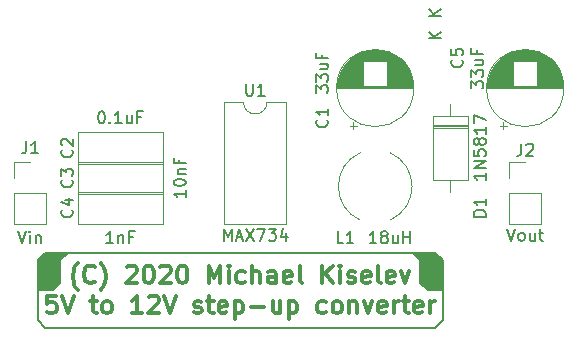
<source format=gbr>
G04 #@! TF.GenerationSoftware,KiCad,Pcbnew,(5.0.2)-1*
G04 #@! TF.CreationDate,2020-01-31T21:18:01-08:00*
G04 #@! TF.ProjectId,Sienc2020,5369656e-6332-4303-9230-2e6b69636164,rev?*
G04 #@! TF.SameCoordinates,Original*
G04 #@! TF.FileFunction,Legend,Top*
G04 #@! TF.FilePolarity,Positive*
%FSLAX46Y46*%
G04 Gerber Fmt 4.6, Leading zero omitted, Abs format (unit mm)*
G04 Created by KiCad (PCBNEW (5.0.2)-1) date 31-Jan-20 21:18:01*
%MOMM*%
%LPD*%
G01*
G04 APERTURE LIST*
%ADD10C,0.150000*%
%ADD11C,0.200000*%
%ADD12C,0.300000*%
%ADD13C,0.120000*%
G04 APERTURE END LIST*
D10*
G36*
X131445000Y-85725000D02*
X130175000Y-85725000D01*
X129540000Y-85090000D01*
X129540000Y-83185000D01*
X128905000Y-82550000D01*
X130810000Y-82550000D01*
X131445000Y-83185000D01*
X131445000Y-85725000D01*
G37*
X131445000Y-85725000D02*
X130175000Y-85725000D01*
X129540000Y-85090000D01*
X129540000Y-83185000D01*
X128905000Y-82550000D01*
X130810000Y-82550000D01*
X131445000Y-83185000D01*
X131445000Y-85725000D01*
G36*
X97155000Y-85725000D02*
X98425000Y-85725000D01*
X99060000Y-85090000D01*
X99060000Y-83185000D01*
X99695000Y-82550000D01*
X97790000Y-82550000D01*
X97155000Y-83185000D01*
X97155000Y-85725000D01*
G37*
X97155000Y-85725000D02*
X98425000Y-85725000D01*
X99060000Y-85090000D01*
X99060000Y-83185000D01*
X99695000Y-82550000D01*
X97790000Y-82550000D01*
X97155000Y-83185000D01*
X97155000Y-85725000D01*
D11*
X129540000Y-83185000D02*
X128905000Y-82550000D01*
X129540000Y-85090000D02*
X129540000Y-83185000D01*
X130175000Y-85725000D02*
X129540000Y-85090000D01*
X131445000Y-85725000D02*
X130175000Y-85725000D01*
X99060000Y-83185000D02*
X99695000Y-82550000D01*
X99060000Y-85090000D02*
X99060000Y-83185000D01*
X98425000Y-85725000D02*
X99060000Y-85090000D01*
X97155000Y-85725000D02*
X98425000Y-85725000D01*
X97790000Y-82550000D02*
X130810000Y-82550000D01*
X97155000Y-88265000D02*
X97155000Y-83185000D01*
X131445000Y-83185000D02*
X131445000Y-88265000D01*
X130810000Y-82550000D02*
X131445000Y-83185000D01*
X97155000Y-83185000D02*
X97790000Y-82550000D01*
X130810000Y-88900000D02*
X97790000Y-88900000D01*
X131445000Y-88265000D02*
X130810000Y-88900000D01*
X97790000Y-88900000D02*
X97155000Y-88265000D01*
D12*
X98692857Y-86173571D02*
X97978571Y-86173571D01*
X97907142Y-86887857D01*
X97978571Y-86816428D01*
X98121428Y-86745000D01*
X98478571Y-86745000D01*
X98621428Y-86816428D01*
X98692857Y-86887857D01*
X98764285Y-87030714D01*
X98764285Y-87387857D01*
X98692857Y-87530714D01*
X98621428Y-87602142D01*
X98478571Y-87673571D01*
X98121428Y-87673571D01*
X97978571Y-87602142D01*
X97907142Y-87530714D01*
X99192857Y-86173571D02*
X99692857Y-87673571D01*
X100192857Y-86173571D01*
X101621428Y-86673571D02*
X102192857Y-86673571D01*
X101835714Y-86173571D02*
X101835714Y-87459285D01*
X101907142Y-87602142D01*
X102050000Y-87673571D01*
X102192857Y-87673571D01*
X102907142Y-87673571D02*
X102764285Y-87602142D01*
X102692857Y-87530714D01*
X102621428Y-87387857D01*
X102621428Y-86959285D01*
X102692857Y-86816428D01*
X102764285Y-86745000D01*
X102907142Y-86673571D01*
X103121428Y-86673571D01*
X103264285Y-86745000D01*
X103335714Y-86816428D01*
X103407142Y-86959285D01*
X103407142Y-87387857D01*
X103335714Y-87530714D01*
X103264285Y-87602142D01*
X103121428Y-87673571D01*
X102907142Y-87673571D01*
X105978571Y-87673571D02*
X105121428Y-87673571D01*
X105550000Y-87673571D02*
X105550000Y-86173571D01*
X105407142Y-86387857D01*
X105264285Y-86530714D01*
X105121428Y-86602142D01*
X106550000Y-86316428D02*
X106621428Y-86245000D01*
X106764285Y-86173571D01*
X107121428Y-86173571D01*
X107264285Y-86245000D01*
X107335714Y-86316428D01*
X107407142Y-86459285D01*
X107407142Y-86602142D01*
X107335714Y-86816428D01*
X106478571Y-87673571D01*
X107407142Y-87673571D01*
X107835714Y-86173571D02*
X108335714Y-87673571D01*
X108835714Y-86173571D01*
X110407142Y-87602142D02*
X110550000Y-87673571D01*
X110835714Y-87673571D01*
X110978571Y-87602142D01*
X111050000Y-87459285D01*
X111050000Y-87387857D01*
X110978571Y-87245000D01*
X110835714Y-87173571D01*
X110621428Y-87173571D01*
X110478571Y-87102142D01*
X110407142Y-86959285D01*
X110407142Y-86887857D01*
X110478571Y-86745000D01*
X110621428Y-86673571D01*
X110835714Y-86673571D01*
X110978571Y-86745000D01*
X111478571Y-86673571D02*
X112050000Y-86673571D01*
X111692857Y-86173571D02*
X111692857Y-87459285D01*
X111764285Y-87602142D01*
X111907142Y-87673571D01*
X112050000Y-87673571D01*
X113121428Y-87602142D02*
X112978571Y-87673571D01*
X112692857Y-87673571D01*
X112550000Y-87602142D01*
X112478571Y-87459285D01*
X112478571Y-86887857D01*
X112550000Y-86745000D01*
X112692857Y-86673571D01*
X112978571Y-86673571D01*
X113121428Y-86745000D01*
X113192857Y-86887857D01*
X113192857Y-87030714D01*
X112478571Y-87173571D01*
X113835714Y-86673571D02*
X113835714Y-88173571D01*
X113835714Y-86745000D02*
X113978571Y-86673571D01*
X114264285Y-86673571D01*
X114407142Y-86745000D01*
X114478571Y-86816428D01*
X114550000Y-86959285D01*
X114550000Y-87387857D01*
X114478571Y-87530714D01*
X114407142Y-87602142D01*
X114264285Y-87673571D01*
X113978571Y-87673571D01*
X113835714Y-87602142D01*
X115192857Y-87102142D02*
X116335714Y-87102142D01*
X117692857Y-86673571D02*
X117692857Y-87673571D01*
X117050000Y-86673571D02*
X117050000Y-87459285D01*
X117121428Y-87602142D01*
X117264285Y-87673571D01*
X117478571Y-87673571D01*
X117621428Y-87602142D01*
X117692857Y-87530714D01*
X118407142Y-86673571D02*
X118407142Y-88173571D01*
X118407142Y-86745000D02*
X118550000Y-86673571D01*
X118835714Y-86673571D01*
X118978571Y-86745000D01*
X119050000Y-86816428D01*
X119121428Y-86959285D01*
X119121428Y-87387857D01*
X119050000Y-87530714D01*
X118978571Y-87602142D01*
X118835714Y-87673571D01*
X118550000Y-87673571D01*
X118407142Y-87602142D01*
X121550000Y-87602142D02*
X121407142Y-87673571D01*
X121121428Y-87673571D01*
X120978571Y-87602142D01*
X120907142Y-87530714D01*
X120835714Y-87387857D01*
X120835714Y-86959285D01*
X120907142Y-86816428D01*
X120978571Y-86745000D01*
X121121428Y-86673571D01*
X121407142Y-86673571D01*
X121550000Y-86745000D01*
X122407142Y-87673571D02*
X122264285Y-87602142D01*
X122192857Y-87530714D01*
X122121428Y-87387857D01*
X122121428Y-86959285D01*
X122192857Y-86816428D01*
X122264285Y-86745000D01*
X122407142Y-86673571D01*
X122621428Y-86673571D01*
X122764285Y-86745000D01*
X122835714Y-86816428D01*
X122907142Y-86959285D01*
X122907142Y-87387857D01*
X122835714Y-87530714D01*
X122764285Y-87602142D01*
X122621428Y-87673571D01*
X122407142Y-87673571D01*
X123550000Y-86673571D02*
X123550000Y-87673571D01*
X123550000Y-86816428D02*
X123621428Y-86745000D01*
X123764285Y-86673571D01*
X123978571Y-86673571D01*
X124121428Y-86745000D01*
X124192857Y-86887857D01*
X124192857Y-87673571D01*
X124764285Y-86673571D02*
X125121428Y-87673571D01*
X125478571Y-86673571D01*
X126621428Y-87602142D02*
X126478571Y-87673571D01*
X126192857Y-87673571D01*
X126050000Y-87602142D01*
X125978571Y-87459285D01*
X125978571Y-86887857D01*
X126050000Y-86745000D01*
X126192857Y-86673571D01*
X126478571Y-86673571D01*
X126621428Y-86745000D01*
X126692857Y-86887857D01*
X126692857Y-87030714D01*
X125978571Y-87173571D01*
X127335714Y-87673571D02*
X127335714Y-86673571D01*
X127335714Y-86959285D02*
X127407142Y-86816428D01*
X127478571Y-86745000D01*
X127621428Y-86673571D01*
X127764285Y-86673571D01*
X128050000Y-86673571D02*
X128621428Y-86673571D01*
X128264285Y-86173571D02*
X128264285Y-87459285D01*
X128335714Y-87602142D01*
X128478571Y-87673571D01*
X128621428Y-87673571D01*
X129692857Y-87602142D02*
X129550000Y-87673571D01*
X129264285Y-87673571D01*
X129121428Y-87602142D01*
X129050000Y-87459285D01*
X129050000Y-86887857D01*
X129121428Y-86745000D01*
X129264285Y-86673571D01*
X129550000Y-86673571D01*
X129692857Y-86745000D01*
X129764285Y-86887857D01*
X129764285Y-87030714D01*
X129050000Y-87173571D01*
X130407142Y-87673571D02*
X130407142Y-86673571D01*
X130407142Y-86959285D02*
X130478571Y-86816428D01*
X130550000Y-86745000D01*
X130692857Y-86673571D01*
X130835714Y-86673571D01*
X100550000Y-85705000D02*
X100478571Y-85633571D01*
X100335714Y-85419285D01*
X100264285Y-85276428D01*
X100192857Y-85062142D01*
X100121428Y-84705000D01*
X100121428Y-84419285D01*
X100192857Y-84062142D01*
X100264285Y-83847857D01*
X100335714Y-83705000D01*
X100478571Y-83490714D01*
X100550000Y-83419285D01*
X101978571Y-84990714D02*
X101907142Y-85062142D01*
X101692857Y-85133571D01*
X101550000Y-85133571D01*
X101335714Y-85062142D01*
X101192857Y-84919285D01*
X101121428Y-84776428D01*
X101050000Y-84490714D01*
X101050000Y-84276428D01*
X101121428Y-83990714D01*
X101192857Y-83847857D01*
X101335714Y-83705000D01*
X101550000Y-83633571D01*
X101692857Y-83633571D01*
X101907142Y-83705000D01*
X101978571Y-83776428D01*
X102478571Y-85705000D02*
X102550000Y-85633571D01*
X102692857Y-85419285D01*
X102764285Y-85276428D01*
X102835714Y-85062142D01*
X102907142Y-84705000D01*
X102907142Y-84419285D01*
X102835714Y-84062142D01*
X102764285Y-83847857D01*
X102692857Y-83705000D01*
X102550000Y-83490714D01*
X102478571Y-83419285D01*
X104692857Y-83776428D02*
X104764285Y-83705000D01*
X104907142Y-83633571D01*
X105264285Y-83633571D01*
X105407142Y-83705000D01*
X105478571Y-83776428D01*
X105550000Y-83919285D01*
X105550000Y-84062142D01*
X105478571Y-84276428D01*
X104621428Y-85133571D01*
X105550000Y-85133571D01*
X106478571Y-83633571D02*
X106621428Y-83633571D01*
X106764285Y-83705000D01*
X106835714Y-83776428D01*
X106907142Y-83919285D01*
X106978571Y-84205000D01*
X106978571Y-84562142D01*
X106907142Y-84847857D01*
X106835714Y-84990714D01*
X106764285Y-85062142D01*
X106621428Y-85133571D01*
X106478571Y-85133571D01*
X106335714Y-85062142D01*
X106264285Y-84990714D01*
X106192857Y-84847857D01*
X106121428Y-84562142D01*
X106121428Y-84205000D01*
X106192857Y-83919285D01*
X106264285Y-83776428D01*
X106335714Y-83705000D01*
X106478571Y-83633571D01*
X107550000Y-83776428D02*
X107621428Y-83705000D01*
X107764285Y-83633571D01*
X108121428Y-83633571D01*
X108264285Y-83705000D01*
X108335714Y-83776428D01*
X108407142Y-83919285D01*
X108407142Y-84062142D01*
X108335714Y-84276428D01*
X107478571Y-85133571D01*
X108407142Y-85133571D01*
X109335714Y-83633571D02*
X109478571Y-83633571D01*
X109621428Y-83705000D01*
X109692857Y-83776428D01*
X109764285Y-83919285D01*
X109835714Y-84205000D01*
X109835714Y-84562142D01*
X109764285Y-84847857D01*
X109692857Y-84990714D01*
X109621428Y-85062142D01*
X109478571Y-85133571D01*
X109335714Y-85133571D01*
X109192857Y-85062142D01*
X109121428Y-84990714D01*
X109050000Y-84847857D01*
X108978571Y-84562142D01*
X108978571Y-84205000D01*
X109050000Y-83919285D01*
X109121428Y-83776428D01*
X109192857Y-83705000D01*
X109335714Y-83633571D01*
X111621428Y-85133571D02*
X111621428Y-83633571D01*
X112121428Y-84705000D01*
X112621428Y-83633571D01*
X112621428Y-85133571D01*
X113335714Y-85133571D02*
X113335714Y-84133571D01*
X113335714Y-83633571D02*
X113264285Y-83705000D01*
X113335714Y-83776428D01*
X113407142Y-83705000D01*
X113335714Y-83633571D01*
X113335714Y-83776428D01*
X114692857Y-85062142D02*
X114550000Y-85133571D01*
X114264285Y-85133571D01*
X114121428Y-85062142D01*
X114050000Y-84990714D01*
X113978571Y-84847857D01*
X113978571Y-84419285D01*
X114050000Y-84276428D01*
X114121428Y-84205000D01*
X114264285Y-84133571D01*
X114550000Y-84133571D01*
X114692857Y-84205000D01*
X115335714Y-85133571D02*
X115335714Y-83633571D01*
X115978571Y-85133571D02*
X115978571Y-84347857D01*
X115907142Y-84205000D01*
X115764285Y-84133571D01*
X115550000Y-84133571D01*
X115407142Y-84205000D01*
X115335714Y-84276428D01*
X117335714Y-85133571D02*
X117335714Y-84347857D01*
X117264285Y-84205000D01*
X117121428Y-84133571D01*
X116835714Y-84133571D01*
X116692857Y-84205000D01*
X117335714Y-85062142D02*
X117192857Y-85133571D01*
X116835714Y-85133571D01*
X116692857Y-85062142D01*
X116621428Y-84919285D01*
X116621428Y-84776428D01*
X116692857Y-84633571D01*
X116835714Y-84562142D01*
X117192857Y-84562142D01*
X117335714Y-84490714D01*
X118621428Y-85062142D02*
X118478571Y-85133571D01*
X118192857Y-85133571D01*
X118050000Y-85062142D01*
X117978571Y-84919285D01*
X117978571Y-84347857D01*
X118050000Y-84205000D01*
X118192857Y-84133571D01*
X118478571Y-84133571D01*
X118621428Y-84205000D01*
X118692857Y-84347857D01*
X118692857Y-84490714D01*
X117978571Y-84633571D01*
X119550000Y-85133571D02*
X119407142Y-85062142D01*
X119335714Y-84919285D01*
X119335714Y-83633571D01*
X121264285Y-85133571D02*
X121264285Y-83633571D01*
X122121428Y-85133571D02*
X121478571Y-84276428D01*
X122121428Y-83633571D02*
X121264285Y-84490714D01*
X122764285Y-85133571D02*
X122764285Y-84133571D01*
X122764285Y-83633571D02*
X122692857Y-83705000D01*
X122764285Y-83776428D01*
X122835714Y-83705000D01*
X122764285Y-83633571D01*
X122764285Y-83776428D01*
X123407142Y-85062142D02*
X123550000Y-85133571D01*
X123835714Y-85133571D01*
X123978571Y-85062142D01*
X124050000Y-84919285D01*
X124050000Y-84847857D01*
X123978571Y-84705000D01*
X123835714Y-84633571D01*
X123621428Y-84633571D01*
X123478571Y-84562142D01*
X123407142Y-84419285D01*
X123407142Y-84347857D01*
X123478571Y-84205000D01*
X123621428Y-84133571D01*
X123835714Y-84133571D01*
X123978571Y-84205000D01*
X125264285Y-85062142D02*
X125121428Y-85133571D01*
X124835714Y-85133571D01*
X124692857Y-85062142D01*
X124621428Y-84919285D01*
X124621428Y-84347857D01*
X124692857Y-84205000D01*
X124835714Y-84133571D01*
X125121428Y-84133571D01*
X125264285Y-84205000D01*
X125335714Y-84347857D01*
X125335714Y-84490714D01*
X124621428Y-84633571D01*
X126192857Y-85133571D02*
X126050000Y-85062142D01*
X125978571Y-84919285D01*
X125978571Y-83633571D01*
X127335714Y-85062142D02*
X127192857Y-85133571D01*
X126907142Y-85133571D01*
X126764285Y-85062142D01*
X126692857Y-84919285D01*
X126692857Y-84347857D01*
X126764285Y-84205000D01*
X126907142Y-84133571D01*
X127192857Y-84133571D01*
X127335714Y-84205000D01*
X127407142Y-84347857D01*
X127407142Y-84490714D01*
X126692857Y-84633571D01*
X127907142Y-84133571D02*
X128264285Y-85133571D01*
X128621428Y-84133571D01*
D13*
G04 #@! TO.C,U1*
X116570000Y-69790000D02*
G75*
G02X114570000Y-69790000I-1000000J0D01*
G01*
X114570000Y-69790000D02*
X112920000Y-69790000D01*
X112920000Y-69790000D02*
X112920000Y-80070000D01*
X112920000Y-80070000D02*
X118220000Y-80070000D01*
X118220000Y-80070000D02*
X118220000Y-69790000D01*
X118220000Y-69790000D02*
X116570000Y-69790000D01*
G04 #@! TO.C,L1*
X126990000Y-79784260D02*
G75*
G03X126990000Y-74075740I-1260000J2854260D01*
G01*
X124470000Y-79784260D02*
G75*
G02X124470000Y-74075740I1260000J2854260D01*
G01*
G04 #@! TO.C,C1*
X123576000Y-71785241D02*
X124206000Y-71785241D01*
X123891000Y-72100241D02*
X123891000Y-71470241D01*
X125328000Y-65359000D02*
X126132000Y-65359000D01*
X125097000Y-65399000D02*
X126363000Y-65399000D01*
X124928000Y-65439000D02*
X126532000Y-65439000D01*
X124790000Y-65479000D02*
X126670000Y-65479000D01*
X124671000Y-65519000D02*
X126789000Y-65519000D01*
X124565000Y-65559000D02*
X126895000Y-65559000D01*
X124468000Y-65599000D02*
X126992000Y-65599000D01*
X124380000Y-65639000D02*
X127080000Y-65639000D01*
X124298000Y-65679000D02*
X127162000Y-65679000D01*
X124221000Y-65719000D02*
X127239000Y-65719000D01*
X124149000Y-65759000D02*
X127311000Y-65759000D01*
X124080000Y-65799000D02*
X127380000Y-65799000D01*
X124016000Y-65839000D02*
X127444000Y-65839000D01*
X123954000Y-65879000D02*
X127506000Y-65879000D01*
X123896000Y-65919000D02*
X127564000Y-65919000D01*
X123840000Y-65959000D02*
X127620000Y-65959000D01*
X123786000Y-65999000D02*
X127674000Y-65999000D01*
X123735000Y-66039000D02*
X127725000Y-66039000D01*
X123686000Y-66079000D02*
X127774000Y-66079000D01*
X123638000Y-66119000D02*
X127822000Y-66119000D01*
X123593000Y-66159000D02*
X127867000Y-66159000D01*
X123548000Y-66199000D02*
X127912000Y-66199000D01*
X123506000Y-66239000D02*
X127954000Y-66239000D01*
X123465000Y-66279000D02*
X127995000Y-66279000D01*
X126770000Y-66319000D02*
X128035000Y-66319000D01*
X123425000Y-66319000D02*
X124690000Y-66319000D01*
X126770000Y-66359000D02*
X128073000Y-66359000D01*
X123387000Y-66359000D02*
X124690000Y-66359000D01*
X126770000Y-66399000D02*
X128110000Y-66399000D01*
X123350000Y-66399000D02*
X124690000Y-66399000D01*
X126770000Y-66439000D02*
X128146000Y-66439000D01*
X123314000Y-66439000D02*
X124690000Y-66439000D01*
X126770000Y-66479000D02*
X128180000Y-66479000D01*
X123280000Y-66479000D02*
X124690000Y-66479000D01*
X126770000Y-66519000D02*
X128214000Y-66519000D01*
X123246000Y-66519000D02*
X124690000Y-66519000D01*
X126770000Y-66559000D02*
X128246000Y-66559000D01*
X123214000Y-66559000D02*
X124690000Y-66559000D01*
X126770000Y-66599000D02*
X128278000Y-66599000D01*
X123182000Y-66599000D02*
X124690000Y-66599000D01*
X126770000Y-66639000D02*
X128308000Y-66639000D01*
X123152000Y-66639000D02*
X124690000Y-66639000D01*
X126770000Y-66679000D02*
X128337000Y-66679000D01*
X123123000Y-66679000D02*
X124690000Y-66679000D01*
X126770000Y-66719000D02*
X128366000Y-66719000D01*
X123094000Y-66719000D02*
X124690000Y-66719000D01*
X126770000Y-66759000D02*
X128394000Y-66759000D01*
X123066000Y-66759000D02*
X124690000Y-66759000D01*
X126770000Y-66799000D02*
X128420000Y-66799000D01*
X123040000Y-66799000D02*
X124690000Y-66799000D01*
X126770000Y-66839000D02*
X128446000Y-66839000D01*
X123014000Y-66839000D02*
X124690000Y-66839000D01*
X126770000Y-66879000D02*
X128472000Y-66879000D01*
X122988000Y-66879000D02*
X124690000Y-66879000D01*
X126770000Y-66919000D02*
X128496000Y-66919000D01*
X122964000Y-66919000D02*
X124690000Y-66919000D01*
X126770000Y-66959000D02*
X128520000Y-66959000D01*
X122940000Y-66959000D02*
X124690000Y-66959000D01*
X126770000Y-66999000D02*
X128542000Y-66999000D01*
X122918000Y-66999000D02*
X124690000Y-66999000D01*
X126770000Y-67039000D02*
X128564000Y-67039000D01*
X122896000Y-67039000D02*
X124690000Y-67039000D01*
X126770000Y-67079000D02*
X128586000Y-67079000D01*
X122874000Y-67079000D02*
X124690000Y-67079000D01*
X126770000Y-67119000D02*
X128606000Y-67119000D01*
X122854000Y-67119000D02*
X124690000Y-67119000D01*
X126770000Y-67159000D02*
X128626000Y-67159000D01*
X122834000Y-67159000D02*
X124690000Y-67159000D01*
X126770000Y-67199000D02*
X128646000Y-67199000D01*
X122814000Y-67199000D02*
X124690000Y-67199000D01*
X126770000Y-67239000D02*
X128664000Y-67239000D01*
X122796000Y-67239000D02*
X124690000Y-67239000D01*
X126770000Y-67279000D02*
X128682000Y-67279000D01*
X122778000Y-67279000D02*
X124690000Y-67279000D01*
X126770000Y-67319000D02*
X128700000Y-67319000D01*
X122760000Y-67319000D02*
X124690000Y-67319000D01*
X126770000Y-67359000D02*
X128716000Y-67359000D01*
X122744000Y-67359000D02*
X124690000Y-67359000D01*
X126770000Y-67399000D02*
X128732000Y-67399000D01*
X122728000Y-67399000D02*
X124690000Y-67399000D01*
X126770000Y-67439000D02*
X128748000Y-67439000D01*
X122712000Y-67439000D02*
X124690000Y-67439000D01*
X126770000Y-67479000D02*
X128763000Y-67479000D01*
X122697000Y-67479000D02*
X124690000Y-67479000D01*
X126770000Y-67519000D02*
X128777000Y-67519000D01*
X122683000Y-67519000D02*
X124690000Y-67519000D01*
X126770000Y-67559000D02*
X128791000Y-67559000D01*
X122669000Y-67559000D02*
X124690000Y-67559000D01*
X126770000Y-67599000D02*
X128804000Y-67599000D01*
X122656000Y-67599000D02*
X124690000Y-67599000D01*
X126770000Y-67639000D02*
X128816000Y-67639000D01*
X122644000Y-67639000D02*
X124690000Y-67639000D01*
X126770000Y-67679000D02*
X128828000Y-67679000D01*
X122632000Y-67679000D02*
X124690000Y-67679000D01*
X126770000Y-67719000D02*
X128840000Y-67719000D01*
X122620000Y-67719000D02*
X124690000Y-67719000D01*
X126770000Y-67759000D02*
X128851000Y-67759000D01*
X122609000Y-67759000D02*
X124690000Y-67759000D01*
X126770000Y-67799000D02*
X128861000Y-67799000D01*
X122599000Y-67799000D02*
X124690000Y-67799000D01*
X126770000Y-67839000D02*
X128871000Y-67839000D01*
X122589000Y-67839000D02*
X124690000Y-67839000D01*
X126770000Y-67879000D02*
X128880000Y-67879000D01*
X122580000Y-67879000D02*
X124690000Y-67879000D01*
X126770000Y-67920000D02*
X128889000Y-67920000D01*
X122571000Y-67920000D02*
X124690000Y-67920000D01*
X126770000Y-67960000D02*
X128897000Y-67960000D01*
X122563000Y-67960000D02*
X124690000Y-67960000D01*
X126770000Y-68000000D02*
X128905000Y-68000000D01*
X122555000Y-68000000D02*
X124690000Y-68000000D01*
X126770000Y-68040000D02*
X128912000Y-68040000D01*
X122548000Y-68040000D02*
X124690000Y-68040000D01*
X126770000Y-68080000D02*
X128919000Y-68080000D01*
X122541000Y-68080000D02*
X124690000Y-68080000D01*
X126770000Y-68120000D02*
X128925000Y-68120000D01*
X122535000Y-68120000D02*
X124690000Y-68120000D01*
X126770000Y-68160000D02*
X128931000Y-68160000D01*
X122529000Y-68160000D02*
X124690000Y-68160000D01*
X126770000Y-68200000D02*
X128936000Y-68200000D01*
X122524000Y-68200000D02*
X124690000Y-68200000D01*
X126770000Y-68240000D02*
X128941000Y-68240000D01*
X122519000Y-68240000D02*
X124690000Y-68240000D01*
X126770000Y-68280000D02*
X128945000Y-68280000D01*
X122515000Y-68280000D02*
X124690000Y-68280000D01*
X126770000Y-68320000D02*
X128948000Y-68320000D01*
X122512000Y-68320000D02*
X124690000Y-68320000D01*
X126770000Y-68360000D02*
X128952000Y-68360000D01*
X122508000Y-68360000D02*
X124690000Y-68360000D01*
X122506000Y-68400000D02*
X128954000Y-68400000D01*
X122503000Y-68440000D02*
X128957000Y-68440000D01*
X122502000Y-68480000D02*
X128958000Y-68480000D01*
X122500000Y-68520000D02*
X128960000Y-68520000D01*
X122500000Y-68560000D02*
X128960000Y-68560000D01*
X122500000Y-68600000D02*
X128960000Y-68600000D01*
X129000000Y-68600000D02*
G75*
G03X129000000Y-68600000I-3270000J0D01*
G01*
G04 #@! TO.C,C5*
X141700000Y-68600000D02*
G75*
G03X141700000Y-68600000I-3270000J0D01*
G01*
X135200000Y-68600000D02*
X141660000Y-68600000D01*
X135200000Y-68560000D02*
X141660000Y-68560000D01*
X135200000Y-68520000D02*
X141660000Y-68520000D01*
X135202000Y-68480000D02*
X141658000Y-68480000D01*
X135203000Y-68440000D02*
X141657000Y-68440000D01*
X135206000Y-68400000D02*
X141654000Y-68400000D01*
X135208000Y-68360000D02*
X137390000Y-68360000D01*
X139470000Y-68360000D02*
X141652000Y-68360000D01*
X135212000Y-68320000D02*
X137390000Y-68320000D01*
X139470000Y-68320000D02*
X141648000Y-68320000D01*
X135215000Y-68280000D02*
X137390000Y-68280000D01*
X139470000Y-68280000D02*
X141645000Y-68280000D01*
X135219000Y-68240000D02*
X137390000Y-68240000D01*
X139470000Y-68240000D02*
X141641000Y-68240000D01*
X135224000Y-68200000D02*
X137390000Y-68200000D01*
X139470000Y-68200000D02*
X141636000Y-68200000D01*
X135229000Y-68160000D02*
X137390000Y-68160000D01*
X139470000Y-68160000D02*
X141631000Y-68160000D01*
X135235000Y-68120000D02*
X137390000Y-68120000D01*
X139470000Y-68120000D02*
X141625000Y-68120000D01*
X135241000Y-68080000D02*
X137390000Y-68080000D01*
X139470000Y-68080000D02*
X141619000Y-68080000D01*
X135248000Y-68040000D02*
X137390000Y-68040000D01*
X139470000Y-68040000D02*
X141612000Y-68040000D01*
X135255000Y-68000000D02*
X137390000Y-68000000D01*
X139470000Y-68000000D02*
X141605000Y-68000000D01*
X135263000Y-67960000D02*
X137390000Y-67960000D01*
X139470000Y-67960000D02*
X141597000Y-67960000D01*
X135271000Y-67920000D02*
X137390000Y-67920000D01*
X139470000Y-67920000D02*
X141589000Y-67920000D01*
X135280000Y-67879000D02*
X137390000Y-67879000D01*
X139470000Y-67879000D02*
X141580000Y-67879000D01*
X135289000Y-67839000D02*
X137390000Y-67839000D01*
X139470000Y-67839000D02*
X141571000Y-67839000D01*
X135299000Y-67799000D02*
X137390000Y-67799000D01*
X139470000Y-67799000D02*
X141561000Y-67799000D01*
X135309000Y-67759000D02*
X137390000Y-67759000D01*
X139470000Y-67759000D02*
X141551000Y-67759000D01*
X135320000Y-67719000D02*
X137390000Y-67719000D01*
X139470000Y-67719000D02*
X141540000Y-67719000D01*
X135332000Y-67679000D02*
X137390000Y-67679000D01*
X139470000Y-67679000D02*
X141528000Y-67679000D01*
X135344000Y-67639000D02*
X137390000Y-67639000D01*
X139470000Y-67639000D02*
X141516000Y-67639000D01*
X135356000Y-67599000D02*
X137390000Y-67599000D01*
X139470000Y-67599000D02*
X141504000Y-67599000D01*
X135369000Y-67559000D02*
X137390000Y-67559000D01*
X139470000Y-67559000D02*
X141491000Y-67559000D01*
X135383000Y-67519000D02*
X137390000Y-67519000D01*
X139470000Y-67519000D02*
X141477000Y-67519000D01*
X135397000Y-67479000D02*
X137390000Y-67479000D01*
X139470000Y-67479000D02*
X141463000Y-67479000D01*
X135412000Y-67439000D02*
X137390000Y-67439000D01*
X139470000Y-67439000D02*
X141448000Y-67439000D01*
X135428000Y-67399000D02*
X137390000Y-67399000D01*
X139470000Y-67399000D02*
X141432000Y-67399000D01*
X135444000Y-67359000D02*
X137390000Y-67359000D01*
X139470000Y-67359000D02*
X141416000Y-67359000D01*
X135460000Y-67319000D02*
X137390000Y-67319000D01*
X139470000Y-67319000D02*
X141400000Y-67319000D01*
X135478000Y-67279000D02*
X137390000Y-67279000D01*
X139470000Y-67279000D02*
X141382000Y-67279000D01*
X135496000Y-67239000D02*
X137390000Y-67239000D01*
X139470000Y-67239000D02*
X141364000Y-67239000D01*
X135514000Y-67199000D02*
X137390000Y-67199000D01*
X139470000Y-67199000D02*
X141346000Y-67199000D01*
X135534000Y-67159000D02*
X137390000Y-67159000D01*
X139470000Y-67159000D02*
X141326000Y-67159000D01*
X135554000Y-67119000D02*
X137390000Y-67119000D01*
X139470000Y-67119000D02*
X141306000Y-67119000D01*
X135574000Y-67079000D02*
X137390000Y-67079000D01*
X139470000Y-67079000D02*
X141286000Y-67079000D01*
X135596000Y-67039000D02*
X137390000Y-67039000D01*
X139470000Y-67039000D02*
X141264000Y-67039000D01*
X135618000Y-66999000D02*
X137390000Y-66999000D01*
X139470000Y-66999000D02*
X141242000Y-66999000D01*
X135640000Y-66959000D02*
X137390000Y-66959000D01*
X139470000Y-66959000D02*
X141220000Y-66959000D01*
X135664000Y-66919000D02*
X137390000Y-66919000D01*
X139470000Y-66919000D02*
X141196000Y-66919000D01*
X135688000Y-66879000D02*
X137390000Y-66879000D01*
X139470000Y-66879000D02*
X141172000Y-66879000D01*
X135714000Y-66839000D02*
X137390000Y-66839000D01*
X139470000Y-66839000D02*
X141146000Y-66839000D01*
X135740000Y-66799000D02*
X137390000Y-66799000D01*
X139470000Y-66799000D02*
X141120000Y-66799000D01*
X135766000Y-66759000D02*
X137390000Y-66759000D01*
X139470000Y-66759000D02*
X141094000Y-66759000D01*
X135794000Y-66719000D02*
X137390000Y-66719000D01*
X139470000Y-66719000D02*
X141066000Y-66719000D01*
X135823000Y-66679000D02*
X137390000Y-66679000D01*
X139470000Y-66679000D02*
X141037000Y-66679000D01*
X135852000Y-66639000D02*
X137390000Y-66639000D01*
X139470000Y-66639000D02*
X141008000Y-66639000D01*
X135882000Y-66599000D02*
X137390000Y-66599000D01*
X139470000Y-66599000D02*
X140978000Y-66599000D01*
X135914000Y-66559000D02*
X137390000Y-66559000D01*
X139470000Y-66559000D02*
X140946000Y-66559000D01*
X135946000Y-66519000D02*
X137390000Y-66519000D01*
X139470000Y-66519000D02*
X140914000Y-66519000D01*
X135980000Y-66479000D02*
X137390000Y-66479000D01*
X139470000Y-66479000D02*
X140880000Y-66479000D01*
X136014000Y-66439000D02*
X137390000Y-66439000D01*
X139470000Y-66439000D02*
X140846000Y-66439000D01*
X136050000Y-66399000D02*
X137390000Y-66399000D01*
X139470000Y-66399000D02*
X140810000Y-66399000D01*
X136087000Y-66359000D02*
X137390000Y-66359000D01*
X139470000Y-66359000D02*
X140773000Y-66359000D01*
X136125000Y-66319000D02*
X137390000Y-66319000D01*
X139470000Y-66319000D02*
X140735000Y-66319000D01*
X136165000Y-66279000D02*
X140695000Y-66279000D01*
X136206000Y-66239000D02*
X140654000Y-66239000D01*
X136248000Y-66199000D02*
X140612000Y-66199000D01*
X136293000Y-66159000D02*
X140567000Y-66159000D01*
X136338000Y-66119000D02*
X140522000Y-66119000D01*
X136386000Y-66079000D02*
X140474000Y-66079000D01*
X136435000Y-66039000D02*
X140425000Y-66039000D01*
X136486000Y-65999000D02*
X140374000Y-65999000D01*
X136540000Y-65959000D02*
X140320000Y-65959000D01*
X136596000Y-65919000D02*
X140264000Y-65919000D01*
X136654000Y-65879000D02*
X140206000Y-65879000D01*
X136716000Y-65839000D02*
X140144000Y-65839000D01*
X136780000Y-65799000D02*
X140080000Y-65799000D01*
X136849000Y-65759000D02*
X140011000Y-65759000D01*
X136921000Y-65719000D02*
X139939000Y-65719000D01*
X136998000Y-65679000D02*
X139862000Y-65679000D01*
X137080000Y-65639000D02*
X139780000Y-65639000D01*
X137168000Y-65599000D02*
X139692000Y-65599000D01*
X137265000Y-65559000D02*
X139595000Y-65559000D01*
X137371000Y-65519000D02*
X139489000Y-65519000D01*
X137490000Y-65479000D02*
X139370000Y-65479000D01*
X137628000Y-65439000D02*
X139232000Y-65439000D01*
X137797000Y-65399000D02*
X139063000Y-65399000D01*
X138028000Y-65359000D02*
X138832000Y-65359000D01*
X136591000Y-72100241D02*
X136591000Y-71470241D01*
X136276000Y-71785241D02*
X136906000Y-71785241D01*
G04 #@! TO.C,D1*
X133550000Y-70940000D02*
X130610000Y-70940000D01*
X130610000Y-70940000D02*
X130610000Y-76380000D01*
X130610000Y-76380000D02*
X133550000Y-76380000D01*
X133550000Y-76380000D02*
X133550000Y-70940000D01*
X132080000Y-69920000D02*
X132080000Y-70940000D01*
X132080000Y-77400000D02*
X132080000Y-76380000D01*
X133550000Y-71840000D02*
X130610000Y-71840000D01*
X133550000Y-71960000D02*
X130610000Y-71960000D01*
X133550000Y-71720000D02*
X130610000Y-71720000D01*
G04 #@! TO.C,C2*
X107800000Y-75030000D02*
X100560000Y-75030000D01*
X107800000Y-72290000D02*
X100560000Y-72290000D01*
X107800000Y-75030000D02*
X107800000Y-72290000D01*
X100560000Y-75030000D02*
X100560000Y-72290000D01*
G04 #@! TO.C,C3*
X100560000Y-77570000D02*
X100560000Y-74830000D01*
X107800000Y-77570000D02*
X107800000Y-74830000D01*
X107800000Y-74830000D02*
X100560000Y-74830000D01*
X107800000Y-77570000D02*
X100560000Y-77570000D01*
G04 #@! TO.C,C4*
X107800000Y-80110000D02*
X100560000Y-80110000D01*
X107800000Y-77370000D02*
X100560000Y-77370000D01*
X107800000Y-80110000D02*
X107800000Y-77370000D01*
X100560000Y-80110000D02*
X100560000Y-77370000D01*
G04 #@! TO.C,J1*
X95190000Y-80070000D02*
X97850000Y-80070000D01*
X95190000Y-77470000D02*
X95190000Y-80070000D01*
X97850000Y-77470000D02*
X97850000Y-80070000D01*
X95190000Y-77470000D02*
X97850000Y-77470000D01*
X95190000Y-76200000D02*
X95190000Y-74870000D01*
X95190000Y-74870000D02*
X96520000Y-74870000D01*
G04 #@! TO.C,J2*
X137100000Y-74870000D02*
X138430000Y-74870000D01*
X137100000Y-76200000D02*
X137100000Y-74870000D01*
X137100000Y-77470000D02*
X139760000Y-77470000D01*
X139760000Y-77470000D02*
X139760000Y-80070000D01*
X137100000Y-77470000D02*
X137100000Y-80070000D01*
X137100000Y-80070000D02*
X139760000Y-80070000D01*
G04 #@! TO.C,U1*
D10*
X114808095Y-68242380D02*
X114808095Y-69051904D01*
X114855714Y-69147142D01*
X114903333Y-69194761D01*
X114998571Y-69242380D01*
X115189047Y-69242380D01*
X115284285Y-69194761D01*
X115331904Y-69147142D01*
X115379523Y-69051904D01*
X115379523Y-68242380D01*
X116379523Y-69242380D02*
X115808095Y-69242380D01*
X116093809Y-69242380D02*
X116093809Y-68242380D01*
X115998571Y-68385238D01*
X115903333Y-68480476D01*
X115808095Y-68528095D01*
X112903333Y-81522380D02*
X112903333Y-80522380D01*
X113236666Y-81236666D01*
X113570000Y-80522380D01*
X113570000Y-81522380D01*
X113998571Y-81236666D02*
X114474761Y-81236666D01*
X113903333Y-81522380D02*
X114236666Y-80522380D01*
X114570000Y-81522380D01*
X114808095Y-80522380D02*
X115474761Y-81522380D01*
X115474761Y-80522380D02*
X114808095Y-81522380D01*
X115760476Y-80522380D02*
X116427142Y-80522380D01*
X115998571Y-81522380D01*
X116712857Y-80522380D02*
X117331904Y-80522380D01*
X116998571Y-80903333D01*
X117141428Y-80903333D01*
X117236666Y-80950952D01*
X117284285Y-80998571D01*
X117331904Y-81093809D01*
X117331904Y-81331904D01*
X117284285Y-81427142D01*
X117236666Y-81474761D01*
X117141428Y-81522380D01*
X116855714Y-81522380D01*
X116760476Y-81474761D01*
X116712857Y-81427142D01*
X118189047Y-80855714D02*
X118189047Y-81522380D01*
X117950952Y-80474761D02*
X117712857Y-81189047D01*
X118331904Y-81189047D01*
G04 #@! TO.C,L1*
X123023333Y-81732380D02*
X122547142Y-81732380D01*
X122547142Y-80732380D01*
X123880476Y-81732380D02*
X123309047Y-81732380D01*
X123594761Y-81732380D02*
X123594761Y-80732380D01*
X123499523Y-80875238D01*
X123404285Y-80970476D01*
X123309047Y-81018095D01*
X125833333Y-81732380D02*
X125261904Y-81732380D01*
X125547619Y-81732380D02*
X125547619Y-80732380D01*
X125452380Y-80875238D01*
X125357142Y-80970476D01*
X125261904Y-81018095D01*
X126404761Y-81160952D02*
X126309523Y-81113333D01*
X126261904Y-81065714D01*
X126214285Y-80970476D01*
X126214285Y-80922857D01*
X126261904Y-80827619D01*
X126309523Y-80780000D01*
X126404761Y-80732380D01*
X126595238Y-80732380D01*
X126690476Y-80780000D01*
X126738095Y-80827619D01*
X126785714Y-80922857D01*
X126785714Y-80970476D01*
X126738095Y-81065714D01*
X126690476Y-81113333D01*
X126595238Y-81160952D01*
X126404761Y-81160952D01*
X126309523Y-81208571D01*
X126261904Y-81256190D01*
X126214285Y-81351428D01*
X126214285Y-81541904D01*
X126261904Y-81637142D01*
X126309523Y-81684761D01*
X126404761Y-81732380D01*
X126595238Y-81732380D01*
X126690476Y-81684761D01*
X126738095Y-81637142D01*
X126785714Y-81541904D01*
X126785714Y-81351428D01*
X126738095Y-81256190D01*
X126690476Y-81208571D01*
X126595238Y-81160952D01*
X127642857Y-81065714D02*
X127642857Y-81732380D01*
X127214285Y-81065714D02*
X127214285Y-81589523D01*
X127261904Y-81684761D01*
X127357142Y-81732380D01*
X127500000Y-81732380D01*
X127595238Y-81684761D01*
X127642857Y-81637142D01*
X128119047Y-81732380D02*
X128119047Y-80732380D01*
X128119047Y-81208571D02*
X128690476Y-81208571D01*
X128690476Y-81732380D02*
X128690476Y-80732380D01*
G04 #@! TO.C,C1*
X121642142Y-71286666D02*
X121689761Y-71334285D01*
X121737380Y-71477142D01*
X121737380Y-71572380D01*
X121689761Y-71715238D01*
X121594523Y-71810476D01*
X121499285Y-71858095D01*
X121308809Y-71905714D01*
X121165952Y-71905714D01*
X120975476Y-71858095D01*
X120880238Y-71810476D01*
X120785000Y-71715238D01*
X120737380Y-71572380D01*
X120737380Y-71477142D01*
X120785000Y-71334285D01*
X120832619Y-71286666D01*
X121737380Y-70334285D02*
X121737380Y-70905714D01*
X121737380Y-70620000D02*
X120737380Y-70620000D01*
X120880238Y-70715238D01*
X120975476Y-70810476D01*
X121023095Y-70905714D01*
X120737380Y-69000476D02*
X120737380Y-68381428D01*
X121118333Y-68714761D01*
X121118333Y-68571904D01*
X121165952Y-68476666D01*
X121213571Y-68429047D01*
X121308809Y-68381428D01*
X121546904Y-68381428D01*
X121642142Y-68429047D01*
X121689761Y-68476666D01*
X121737380Y-68571904D01*
X121737380Y-68857619D01*
X121689761Y-68952857D01*
X121642142Y-69000476D01*
X120737380Y-68048095D02*
X120737380Y-67429047D01*
X121118333Y-67762380D01*
X121118333Y-67619523D01*
X121165952Y-67524285D01*
X121213571Y-67476666D01*
X121308809Y-67429047D01*
X121546904Y-67429047D01*
X121642142Y-67476666D01*
X121689761Y-67524285D01*
X121737380Y-67619523D01*
X121737380Y-67905238D01*
X121689761Y-68000476D01*
X121642142Y-68048095D01*
X121070714Y-66571904D02*
X121737380Y-66571904D01*
X121070714Y-67000476D02*
X121594523Y-67000476D01*
X121689761Y-66952857D01*
X121737380Y-66857619D01*
X121737380Y-66714761D01*
X121689761Y-66619523D01*
X121642142Y-66571904D01*
X121213571Y-65762380D02*
X121213571Y-66095714D01*
X121737380Y-66095714D02*
X120737380Y-66095714D01*
X120737380Y-65619523D01*
G04 #@! TO.C,C5*
X133072142Y-66206666D02*
X133119761Y-66254285D01*
X133167380Y-66397142D01*
X133167380Y-66492380D01*
X133119761Y-66635238D01*
X133024523Y-66730476D01*
X132929285Y-66778095D01*
X132738809Y-66825714D01*
X132595952Y-66825714D01*
X132405476Y-66778095D01*
X132310238Y-66730476D01*
X132215000Y-66635238D01*
X132167380Y-66492380D01*
X132167380Y-66397142D01*
X132215000Y-66254285D01*
X132262619Y-66206666D01*
X132167380Y-65301904D02*
X132167380Y-65778095D01*
X132643571Y-65825714D01*
X132595952Y-65778095D01*
X132548333Y-65682857D01*
X132548333Y-65444761D01*
X132595952Y-65349523D01*
X132643571Y-65301904D01*
X132738809Y-65254285D01*
X132976904Y-65254285D01*
X133072142Y-65301904D01*
X133119761Y-65349523D01*
X133167380Y-65444761D01*
X133167380Y-65682857D01*
X133119761Y-65778095D01*
X133072142Y-65825714D01*
X133881880Y-68619476D02*
X133881880Y-68000428D01*
X134262833Y-68333761D01*
X134262833Y-68190904D01*
X134310452Y-68095666D01*
X134358071Y-68048047D01*
X134453309Y-68000428D01*
X134691404Y-68000428D01*
X134786642Y-68048047D01*
X134834261Y-68095666D01*
X134881880Y-68190904D01*
X134881880Y-68476619D01*
X134834261Y-68571857D01*
X134786642Y-68619476D01*
X133881880Y-67667095D02*
X133881880Y-67048047D01*
X134262833Y-67381380D01*
X134262833Y-67238523D01*
X134310452Y-67143285D01*
X134358071Y-67095666D01*
X134453309Y-67048047D01*
X134691404Y-67048047D01*
X134786642Y-67095666D01*
X134834261Y-67143285D01*
X134881880Y-67238523D01*
X134881880Y-67524238D01*
X134834261Y-67619476D01*
X134786642Y-67667095D01*
X134215214Y-66190904D02*
X134881880Y-66190904D01*
X134215214Y-66619476D02*
X134739023Y-66619476D01*
X134834261Y-66571857D01*
X134881880Y-66476619D01*
X134881880Y-66333761D01*
X134834261Y-66238523D01*
X134786642Y-66190904D01*
X134358071Y-65381380D02*
X134358071Y-65714714D01*
X134881880Y-65714714D02*
X133881880Y-65714714D01*
X133881880Y-65238523D01*
G04 #@! TO.C,D1*
X135072380Y-79478095D02*
X134072380Y-79478095D01*
X134072380Y-79240000D01*
X134120000Y-79097142D01*
X134215238Y-79001904D01*
X134310476Y-78954285D01*
X134500952Y-78906666D01*
X134643809Y-78906666D01*
X134834285Y-78954285D01*
X134929523Y-79001904D01*
X135024761Y-79097142D01*
X135072380Y-79240000D01*
X135072380Y-79478095D01*
X135072380Y-77954285D02*
X135072380Y-78525714D01*
X135072380Y-78240000D02*
X134072380Y-78240000D01*
X134215238Y-78335238D01*
X134310476Y-78430476D01*
X134358095Y-78525714D01*
X135072380Y-75802857D02*
X135072380Y-76374285D01*
X135072380Y-76088571D02*
X134072380Y-76088571D01*
X134215238Y-76183809D01*
X134310476Y-76279047D01*
X134358095Y-76374285D01*
X135072380Y-75374285D02*
X134072380Y-75374285D01*
X135072380Y-74802857D01*
X134072380Y-74802857D01*
X134072380Y-73850476D02*
X134072380Y-74326666D01*
X134548571Y-74374285D01*
X134500952Y-74326666D01*
X134453333Y-74231428D01*
X134453333Y-73993333D01*
X134500952Y-73898095D01*
X134548571Y-73850476D01*
X134643809Y-73802857D01*
X134881904Y-73802857D01*
X134977142Y-73850476D01*
X135024761Y-73898095D01*
X135072380Y-73993333D01*
X135072380Y-74231428D01*
X135024761Y-74326666D01*
X134977142Y-74374285D01*
X134500952Y-73231428D02*
X134453333Y-73326666D01*
X134405714Y-73374285D01*
X134310476Y-73421904D01*
X134262857Y-73421904D01*
X134167619Y-73374285D01*
X134120000Y-73326666D01*
X134072380Y-73231428D01*
X134072380Y-73040952D01*
X134120000Y-72945714D01*
X134167619Y-72898095D01*
X134262857Y-72850476D01*
X134310476Y-72850476D01*
X134405714Y-72898095D01*
X134453333Y-72945714D01*
X134500952Y-73040952D01*
X134500952Y-73231428D01*
X134548571Y-73326666D01*
X134596190Y-73374285D01*
X134691428Y-73421904D01*
X134881904Y-73421904D01*
X134977142Y-73374285D01*
X135024761Y-73326666D01*
X135072380Y-73231428D01*
X135072380Y-73040952D01*
X135024761Y-72945714D01*
X134977142Y-72898095D01*
X134881904Y-72850476D01*
X134691428Y-72850476D01*
X134596190Y-72898095D01*
X134548571Y-72945714D01*
X134500952Y-73040952D01*
X135072380Y-71898095D02*
X135072380Y-72469523D01*
X135072380Y-72183809D02*
X134072380Y-72183809D01*
X134215238Y-72279047D01*
X134310476Y-72374285D01*
X134358095Y-72469523D01*
X134072380Y-71564761D02*
X134072380Y-70898095D01*
X135072380Y-71326666D01*
X131262380Y-62491904D02*
X130262380Y-62491904D01*
X131262380Y-61920476D02*
X130690952Y-62349047D01*
X130262380Y-61920476D02*
X130833809Y-62491904D01*
X131262380Y-64396904D02*
X130262380Y-64396904D01*
X131262380Y-63825476D02*
X130690952Y-64254047D01*
X130262380Y-63825476D02*
X130833809Y-64396904D01*
G04 #@! TO.C,C2*
X100052142Y-73826666D02*
X100099761Y-73874285D01*
X100147380Y-74017142D01*
X100147380Y-74112380D01*
X100099761Y-74255238D01*
X100004523Y-74350476D01*
X99909285Y-74398095D01*
X99718809Y-74445714D01*
X99575952Y-74445714D01*
X99385476Y-74398095D01*
X99290238Y-74350476D01*
X99195000Y-74255238D01*
X99147380Y-74112380D01*
X99147380Y-74017142D01*
X99195000Y-73874285D01*
X99242619Y-73826666D01*
X99242619Y-73445714D02*
X99195000Y-73398095D01*
X99147380Y-73302857D01*
X99147380Y-73064761D01*
X99195000Y-72969523D01*
X99242619Y-72921904D01*
X99337857Y-72874285D01*
X99433095Y-72874285D01*
X99575952Y-72921904D01*
X100147380Y-73493333D01*
X100147380Y-72874285D01*
X102497142Y-70572380D02*
X102592380Y-70572380D01*
X102687619Y-70620000D01*
X102735238Y-70667619D01*
X102782857Y-70762857D01*
X102830476Y-70953333D01*
X102830476Y-71191428D01*
X102782857Y-71381904D01*
X102735238Y-71477142D01*
X102687619Y-71524761D01*
X102592380Y-71572380D01*
X102497142Y-71572380D01*
X102401904Y-71524761D01*
X102354285Y-71477142D01*
X102306666Y-71381904D01*
X102259047Y-71191428D01*
X102259047Y-70953333D01*
X102306666Y-70762857D01*
X102354285Y-70667619D01*
X102401904Y-70620000D01*
X102497142Y-70572380D01*
X103259047Y-71477142D02*
X103306666Y-71524761D01*
X103259047Y-71572380D01*
X103211428Y-71524761D01*
X103259047Y-71477142D01*
X103259047Y-71572380D01*
X104259047Y-71572380D02*
X103687619Y-71572380D01*
X103973333Y-71572380D02*
X103973333Y-70572380D01*
X103878095Y-70715238D01*
X103782857Y-70810476D01*
X103687619Y-70858095D01*
X105116190Y-70905714D02*
X105116190Y-71572380D01*
X104687619Y-70905714D02*
X104687619Y-71429523D01*
X104735238Y-71524761D01*
X104830476Y-71572380D01*
X104973333Y-71572380D01*
X105068571Y-71524761D01*
X105116190Y-71477142D01*
X105925714Y-71048571D02*
X105592380Y-71048571D01*
X105592380Y-71572380D02*
X105592380Y-70572380D01*
X106068571Y-70572380D01*
G04 #@! TO.C,C3*
X100052142Y-76366666D02*
X100099761Y-76414285D01*
X100147380Y-76557142D01*
X100147380Y-76652380D01*
X100099761Y-76795238D01*
X100004523Y-76890476D01*
X99909285Y-76938095D01*
X99718809Y-76985714D01*
X99575952Y-76985714D01*
X99385476Y-76938095D01*
X99290238Y-76890476D01*
X99195000Y-76795238D01*
X99147380Y-76652380D01*
X99147380Y-76557142D01*
X99195000Y-76414285D01*
X99242619Y-76366666D01*
X99147380Y-76033333D02*
X99147380Y-75414285D01*
X99528333Y-75747619D01*
X99528333Y-75604761D01*
X99575952Y-75509523D01*
X99623571Y-75461904D01*
X99718809Y-75414285D01*
X99956904Y-75414285D01*
X100052142Y-75461904D01*
X100099761Y-75509523D01*
X100147380Y-75604761D01*
X100147380Y-75890476D01*
X100099761Y-75985714D01*
X100052142Y-76033333D01*
X109672380Y-77271428D02*
X109672380Y-77842857D01*
X109672380Y-77557142D02*
X108672380Y-77557142D01*
X108815238Y-77652380D01*
X108910476Y-77747619D01*
X108958095Y-77842857D01*
X108672380Y-76652380D02*
X108672380Y-76557142D01*
X108720000Y-76461904D01*
X108767619Y-76414285D01*
X108862857Y-76366666D01*
X109053333Y-76319047D01*
X109291428Y-76319047D01*
X109481904Y-76366666D01*
X109577142Y-76414285D01*
X109624761Y-76461904D01*
X109672380Y-76557142D01*
X109672380Y-76652380D01*
X109624761Y-76747619D01*
X109577142Y-76795238D01*
X109481904Y-76842857D01*
X109291428Y-76890476D01*
X109053333Y-76890476D01*
X108862857Y-76842857D01*
X108767619Y-76795238D01*
X108720000Y-76747619D01*
X108672380Y-76652380D01*
X109005714Y-75890476D02*
X109672380Y-75890476D01*
X109100952Y-75890476D02*
X109053333Y-75842857D01*
X109005714Y-75747619D01*
X109005714Y-75604761D01*
X109053333Y-75509523D01*
X109148571Y-75461904D01*
X109672380Y-75461904D01*
X109148571Y-74652380D02*
X109148571Y-74985714D01*
X109672380Y-74985714D02*
X108672380Y-74985714D01*
X108672380Y-74509523D01*
G04 #@! TO.C,C4*
X100052142Y-78906666D02*
X100099761Y-78954285D01*
X100147380Y-79097142D01*
X100147380Y-79192380D01*
X100099761Y-79335238D01*
X100004523Y-79430476D01*
X99909285Y-79478095D01*
X99718809Y-79525714D01*
X99575952Y-79525714D01*
X99385476Y-79478095D01*
X99290238Y-79430476D01*
X99195000Y-79335238D01*
X99147380Y-79192380D01*
X99147380Y-79097142D01*
X99195000Y-78954285D01*
X99242619Y-78906666D01*
X99480714Y-78049523D02*
X100147380Y-78049523D01*
X99099761Y-78287619D02*
X99814047Y-78525714D01*
X99814047Y-77906666D01*
X103544761Y-81732380D02*
X102973333Y-81732380D01*
X103259047Y-81732380D02*
X103259047Y-80732380D01*
X103163809Y-80875238D01*
X103068571Y-80970476D01*
X102973333Y-81018095D01*
X103973333Y-81065714D02*
X103973333Y-81732380D01*
X103973333Y-81160952D02*
X104020952Y-81113333D01*
X104116190Y-81065714D01*
X104259047Y-81065714D01*
X104354285Y-81113333D01*
X104401904Y-81208571D01*
X104401904Y-81732380D01*
X105211428Y-81208571D02*
X104878095Y-81208571D01*
X104878095Y-81732380D02*
X104878095Y-80732380D01*
X105354285Y-80732380D01*
G04 #@! TO.C,J1*
X96186666Y-73112380D02*
X96186666Y-73826666D01*
X96139047Y-73969523D01*
X96043809Y-74064761D01*
X95900952Y-74112380D01*
X95805714Y-74112380D01*
X97186666Y-74112380D02*
X96615238Y-74112380D01*
X96900952Y-74112380D02*
X96900952Y-73112380D01*
X96805714Y-73255238D01*
X96710476Y-73350476D01*
X96615238Y-73398095D01*
X95496190Y-80732380D02*
X95829523Y-81732380D01*
X96162857Y-80732380D01*
X96496190Y-81732380D02*
X96496190Y-81065714D01*
X96496190Y-80732380D02*
X96448571Y-80780000D01*
X96496190Y-80827619D01*
X96543809Y-80780000D01*
X96496190Y-80732380D01*
X96496190Y-80827619D01*
X96972380Y-81065714D02*
X96972380Y-81732380D01*
X96972380Y-81160952D02*
X97020000Y-81113333D01*
X97115238Y-81065714D01*
X97258095Y-81065714D01*
X97353333Y-81113333D01*
X97400952Y-81208571D01*
X97400952Y-81732380D01*
G04 #@! TO.C,J2*
X138096666Y-73322380D02*
X138096666Y-74036666D01*
X138049047Y-74179523D01*
X137953809Y-74274761D01*
X137810952Y-74322380D01*
X137715714Y-74322380D01*
X138525238Y-73417619D02*
X138572857Y-73370000D01*
X138668095Y-73322380D01*
X138906190Y-73322380D01*
X139001428Y-73370000D01*
X139049047Y-73417619D01*
X139096666Y-73512857D01*
X139096666Y-73608095D01*
X139049047Y-73750952D01*
X138477619Y-74322380D01*
X139096666Y-74322380D01*
X136906190Y-80522380D02*
X137239523Y-81522380D01*
X137572857Y-80522380D01*
X138049047Y-81522380D02*
X137953809Y-81474761D01*
X137906190Y-81427142D01*
X137858571Y-81331904D01*
X137858571Y-81046190D01*
X137906190Y-80950952D01*
X137953809Y-80903333D01*
X138049047Y-80855714D01*
X138191904Y-80855714D01*
X138287142Y-80903333D01*
X138334761Y-80950952D01*
X138382380Y-81046190D01*
X138382380Y-81331904D01*
X138334761Y-81427142D01*
X138287142Y-81474761D01*
X138191904Y-81522380D01*
X138049047Y-81522380D01*
X139239523Y-80855714D02*
X139239523Y-81522380D01*
X138810952Y-80855714D02*
X138810952Y-81379523D01*
X138858571Y-81474761D01*
X138953809Y-81522380D01*
X139096666Y-81522380D01*
X139191904Y-81474761D01*
X139239523Y-81427142D01*
X139572857Y-80855714D02*
X139953809Y-80855714D01*
X139715714Y-80522380D02*
X139715714Y-81379523D01*
X139763333Y-81474761D01*
X139858571Y-81522380D01*
X139953809Y-81522380D01*
G04 #@! TD*
M02*

</source>
